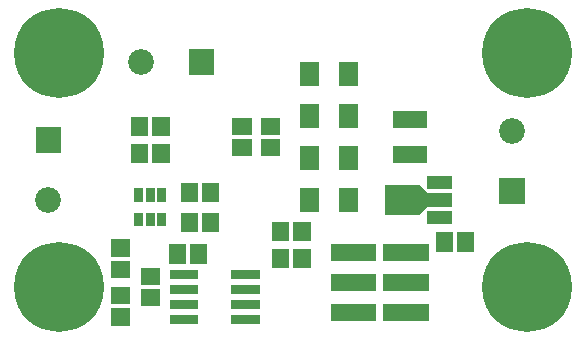
<source format=gbr>
G04 start of page 6 for group -4063 idx -4063 *
G04 Title: (unknown), componentmask *
G04 Creator: pcb 20140316 *
G04 CreationDate: Sun 15 Dec 2019 10:03:36 PM GMT UTC *
G04 For: railfan *
G04 Format: Gerber/RS-274X *
G04 PCB-Dimensions (mil): 1900.00 1120.00 *
G04 PCB-Coordinate-Origin: lower left *
%MOIN*%
%FSLAX25Y25*%
%LNTOPMASK*%
%ADD49R,0.1005X0.1005*%
%ADD48R,0.0438X0.0438*%
%ADD47R,0.0560X0.0560*%
%ADD46R,0.0300X0.0300*%
%ADD45R,0.0610X0.0610*%
%ADD44R,0.0572X0.0572*%
%ADD43C,0.0860*%
%ADD42C,0.0001*%
%ADD41C,0.2997*%
G54D41*X17000Y95000D03*
X173000D03*
G54D42*G36*
X60200Y96300D02*Y87700D01*
X68800D01*
Y96300D01*
X60200D01*
G37*
G54D43*X44500Y92000D03*
G54D41*X17000Y17000D03*
G54D42*G36*
X9200Y70300D02*Y61700D01*
X17800D01*
Y70300D01*
X9200D01*
G37*
G54D43*X13500Y46000D03*
G54D41*X173000Y17000D03*
G54D42*G36*
X163700Y53300D02*Y44700D01*
X172300D01*
Y53300D01*
X163700D01*
G37*
G54D43*X168000Y69000D03*
G54D44*X131245Y72905D02*X136755D01*
X131245Y61095D02*X136755D01*
G54D45*X113500Y75000D02*Y73000D01*
Y89000D02*Y87000D01*
X100500Y75000D02*Y73000D01*
Y89000D02*Y87000D01*
Y61000D02*Y59000D01*
G54D46*X43500Y40300D02*Y38700D01*
X47400Y40300D02*Y38700D01*
X51300Y40300D02*Y38700D01*
X47400Y48500D02*Y46900D01*
X43500Y48500D02*Y46900D01*
G54D44*X60414Y48893D02*Y48107D01*
X67500Y48893D02*Y48107D01*
X87107Y63457D02*X87893D01*
X87107Y70543D02*X87893D01*
X77607Y63457D02*X78393D01*
X77607Y70543D02*X78393D01*
G54D46*X51300Y48500D02*Y46900D01*
G54D44*X43957Y61893D02*Y61107D01*
X51043Y61893D02*Y61107D01*
X43957Y70893D02*Y70107D01*
X51043Y70893D02*Y70107D01*
X60457Y38893D02*Y38107D01*
X56414Y28393D02*Y27607D01*
X63500Y28393D02*Y27607D01*
X67543Y38893D02*Y38107D01*
G54D46*X55500Y21000D02*X62000D01*
X55500Y16000D02*X62000D01*
X55500Y11000D02*X62000D01*
X55500Y6000D02*X62000D01*
G54D44*X47107Y13457D02*X47893D01*
X47107Y20543D02*X47893D01*
X37107Y6957D02*X37893D01*
X37107Y14043D02*X37893D01*
X37107Y22914D02*X37893D01*
X37107Y30000D02*X37893D01*
G54D45*X113500Y47000D02*Y45000D01*
Y61000D02*Y59000D01*
G54D47*X110516Y28500D02*X120004D01*
X110516Y18500D02*X120004D01*
X110516Y8500D02*X120004D01*
G54D45*X100500Y47000D02*Y45000D01*
G54D44*X98043Y26893D02*Y26107D01*
Y35893D02*Y35107D01*
G54D47*X127996Y8500D02*X137484D01*
X127996Y18500D02*X137484D01*
X127996Y28500D02*X137484D01*
G54D44*X152543Y32393D02*Y31607D01*
X145457Y32393D02*Y31607D01*
G54D48*X141895Y40094D02*X145989D01*
X134179Y46000D02*X145989D01*
X141895Y51906D02*X145989D01*
G54D49*X130555Y46000D02*X132445D01*
G54D42*G36*
X135326Y42695D02*X138590Y45959D01*
X140434Y44115D01*
X137170Y40851D01*
X135326Y42695D01*
G37*
G36*
X137170Y51149D02*X140434Y47885D01*
X138590Y46041D01*
X135326Y49305D01*
X137170Y51149D01*
G37*
G54D46*X76000Y6000D02*X82500D01*
X76000Y11000D02*X82500D01*
X76000Y16000D02*X82500D01*
X76000Y21000D02*X82500D01*
G54D44*X90957Y26893D02*Y26107D01*
Y35893D02*Y35107D01*
M02*

</source>
